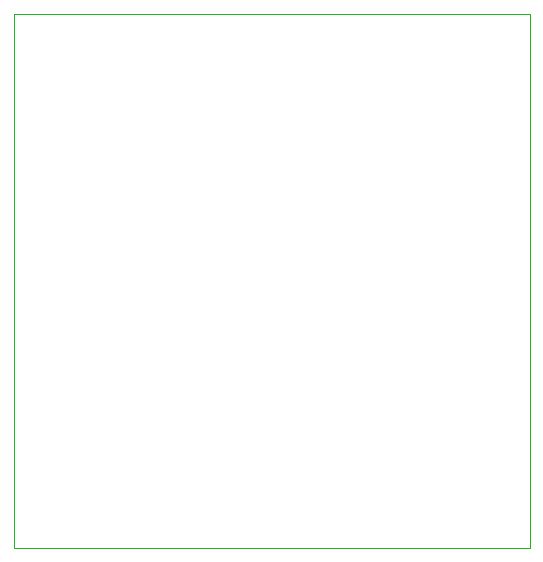
<source format=gbr>
%TF.GenerationSoftware,KiCad,Pcbnew,9.0.5*%
%TF.CreationDate,2025-10-28T15:08:01+09:00*%
%TF.ProjectId,mr2_arm_hw,6d72325f-6172-46d5-9f68-772e6b696361,rev?*%
%TF.SameCoordinates,Original*%
%TF.FileFunction,Profile,NP*%
%FSLAX46Y46*%
G04 Gerber Fmt 4.6, Leading zero omitted, Abs format (unit mm)*
G04 Created by KiCad (PCBNEW 9.0.5) date 2025-10-28 15:08:01*
%MOMM*%
%LPD*%
G01*
G04 APERTURE LIST*
%TA.AperFunction,Profile*%
%ADD10C,0.100000*%
%TD*%
G04 APERTURE END LIST*
D10*
X123983448Y-82375779D02*
X167683450Y-82375779D01*
X167683450Y-127625779D01*
X123983448Y-127625779D01*
X123983448Y-82375779D01*
M02*

</source>
